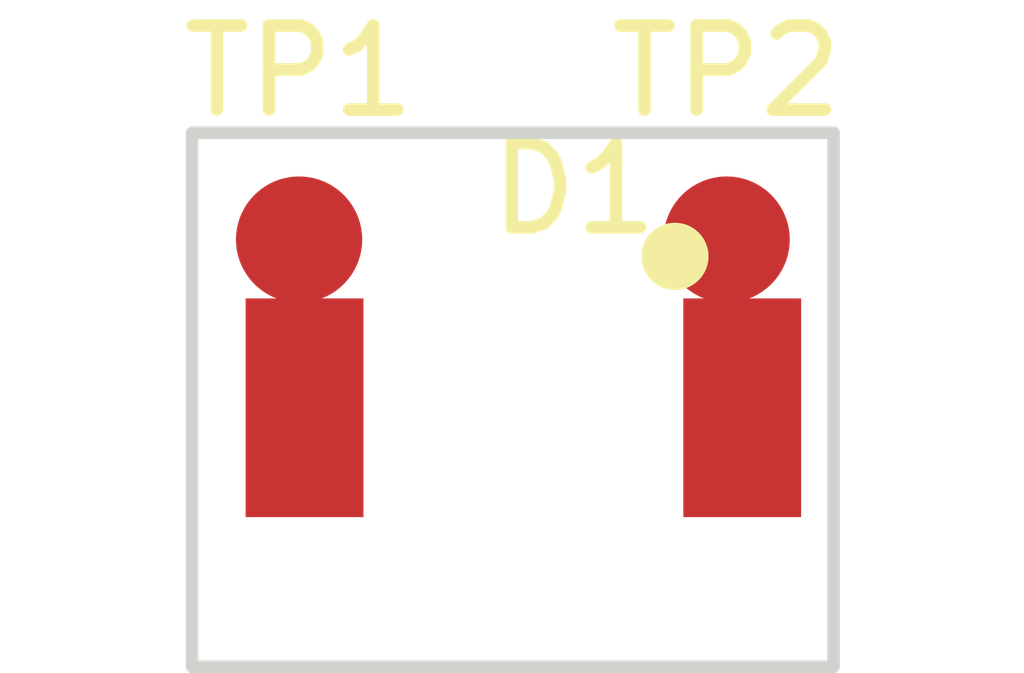
<source format=kicad_pcb>
(kicad_pcb (version 20171130) (host pcbnew 5.0.1)

  (general
    (thickness 1.6)
    (drawings 4)
    (tracks 4)
    (zones 0)
    (modules 3)
    (nets 3)
  )

  (page A4)
  (layers
    (0 F.Cu signal)
    (31 B.Cu signal)
    (32 B.Adhes user)
    (33 F.Adhes user)
    (34 B.Paste user)
    (35 F.Paste user)
    (36 B.SilkS user)
    (37 F.SilkS user)
    (38 B.Mask user)
    (39 F.Mask user)
    (40 Dwgs.User user)
    (41 Cmts.User user)
    (42 Eco1.User user)
    (43 Eco2.User user)
    (44 Edge.Cuts user)
    (45 Margin user)
    (46 B.CrtYd user)
    (47 F.CrtYd user)
    (48 B.Fab user)
    (49 F.Fab user)
  )

  (setup
    (last_trace_width 0.25)
    (trace_clearance 0.2)
    (zone_clearance 0.508)
    (zone_45_only no)
    (trace_min 0.2)
    (segment_width 0.2)
    (edge_width 0.15)
    (via_size 0.8)
    (via_drill 0.4)
    (via_min_size 0.4)
    (via_min_drill 0.3)
    (uvia_size 0.3)
    (uvia_drill 0.1)
    (uvias_allowed no)
    (uvia_min_size 0.2)
    (uvia_min_drill 0.1)
    (pcb_text_width 0.3)
    (pcb_text_size 1.5 1.5)
    (mod_edge_width 0.15)
    (mod_text_size 1 1)
    (mod_text_width 0.15)
    (pad_size 1.524 1.524)
    (pad_drill 0.762)
    (pad_to_mask_clearance 0.051)
    (solder_mask_min_width 0.25)
    (aux_axis_origin 0 0)
    (visible_elements FFFFFF7F)
    (pcbplotparams
      (layerselection 0x010fc_ffffffff)
      (usegerberextensions false)
      (usegerberattributes false)
      (usegerberadvancedattributes false)
      (creategerberjobfile false)
      (excludeedgelayer true)
      (linewidth 0.100000)
      (plotframeref false)
      (viasonmask false)
      (mode 1)
      (useauxorigin false)
      (hpglpennumber 1)
      (hpglpenspeed 20)
      (hpglpendiameter 15.000000)
      (psnegative false)
      (psa4output false)
      (plotreference true)
      (plotvalue true)
      (plotinvisibletext false)
      (padsonsilk false)
      (subtractmaskfromsilk false)
      (outputformat 1)
      (mirror false)
      (drillshape 1)
      (scaleselection 1)
      (outputdirectory ""))
  )

  (net 0 "")
  (net 1 "Net-(D1-Pad1)")
  (net 2 "Net-(D1-Pad2)")

  (net_class Default "This is the default net class."
    (clearance 0.2)
    (trace_width 0.25)
    (via_dia 0.8)
    (via_drill 0.4)
    (uvia_dia 0.3)
    (uvia_drill 0.1)
    (add_net "Net-(D1-Pad1)")
    (add_net "Net-(D1-Pad2)")
  )

  (module tom-semiconductors:XZM2CYK45WT-9 (layer F.Cu) (tedit 5C4E4BB2) (tstamp 5C4E52F0)
    (at 30.605 32.480001)
    (path /5C4FFA24)
    (fp_text reference D1 (at 0.6 -2.6) (layer F.SilkS)
      (effects (font (size 1 1) (thickness 0.15)))
    )
    (fp_text value LED (at 0 -4.8) (layer F.Fab) hide
      (effects (font (size 1 1) (thickness 0.15)))
    )
    (fp_circle (center 1.8 -1.8) (end 2 -1.8) (layer F.SilkS) (width 0.4))
    (fp_circle (center 0 0) (end 1 0) (layer B.Mask) (width 2))
    (fp_circle (center 0 0) (end 1 0) (layer F.Mask) (width 2))
    (pad 2 smd rect (at 2.6 0 90) (size 2.6 1.4) (layers F.Cu F.Paste F.Mask)
      (net 2 "Net-(D1-Pad2)"))
    (pad 1 smd rect (at -2.6 0 90) (size 2.6 1.4) (layers F.Cu F.Paste F.Mask)
      (net 1 "Net-(D1-Pad1)"))
  )

  (module Measurement_Points:Measurement_Point_Round-SMD-Pad_Small (layer F.Cu) (tedit 56C35ED0) (tstamp 5C4E5303)
    (at 27.94 30.48)
    (descr "Mesurement Point, Round, SMD Pad, DM 1.5mm,")
    (tags "Mesurement Point Round SMD Pad 1.5mm")
    (path /5C4FFBE0)
    (attr virtual)
    (fp_text reference TP1 (at 0 -2) (layer F.SilkS)
      (effects (font (size 1 1) (thickness 0.15)))
    )
    (fp_text value TestPoint (at 0 2) (layer F.Fab)
      (effects (font (size 1 1) (thickness 0.15)))
    )
    (fp_circle (center 0 0) (end 1 0) (layer F.CrtYd) (width 0.05))
    (pad 1 smd circle (at 0 0) (size 1.5 1.5) (layers F.Cu F.Mask)
      (net 1 "Net-(D1-Pad1)"))
  )

  (module Measurement_Points:Measurement_Point_Round-SMD-Pad_Small (layer F.Cu) (tedit 56C35ED0) (tstamp 5C4E52DF)
    (at 33.02 30.48)
    (descr "Mesurement Point, Round, SMD Pad, DM 1.5mm,")
    (tags "Mesurement Point Round SMD Pad 1.5mm")
    (path /5C4FFB92)
    (attr virtual)
    (fp_text reference TP2 (at 0 -2) (layer F.SilkS)
      (effects (font (size 1 1) (thickness 0.15)))
    )
    (fp_text value TestPoint (at 0 2) (layer F.Fab)
      (effects (font (size 1 1) (thickness 0.15)))
    )
    (fp_circle (center 0 0) (end 1 0) (layer F.CrtYd) (width 0.05))
    (pad 1 smd circle (at 0 0) (size 1.5 1.5) (layers F.Cu F.Mask)
      (net 2 "Net-(D1-Pad2)"))
  )

  (gr_line (start 26.67 29.21) (end 26.67 35.56) (layer Edge.Cuts) (width 0.15))
  (gr_line (start 34.29 29.21) (end 34.29 35.56) (layer Edge.Cuts) (width 0.15))
  (gr_line (start 34.29 35.56) (end 26.67 35.56) (layer Edge.Cuts) (width 0.15))
  (gr_line (start 26.67 29.21) (end 34.29 29.21) (layer Edge.Cuts) (width 0.15))

  (segment (start 27.94 32.415001) (end 28.005 32.480001) (width 0.25) (layer F.Cu) (net 1))
  (segment (start 27.94 30.48) (end 27.94 32.415001) (width 0.25) (layer F.Cu) (net 1))
  (segment (start 33.02 32.295001) (end 33.205 32.480001) (width 0.25) (layer F.Cu) (net 2))
  (segment (start 33.02 30.48) (end 33.02 32.295001) (width 0.25) (layer F.Cu) (net 2))

)

</source>
